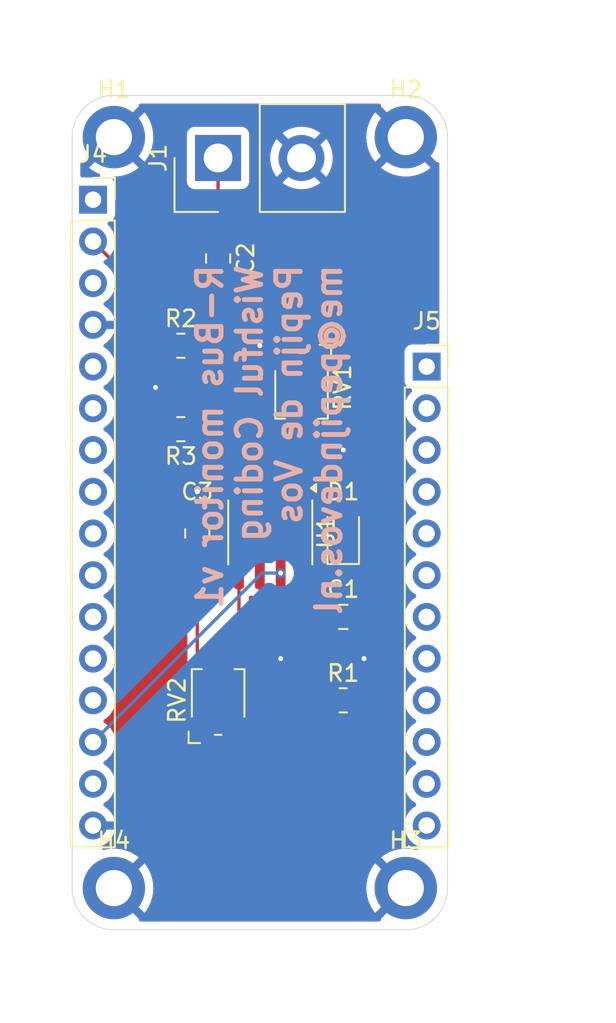
<source format=kicad_pcb>
(kicad_pcb (version 20240108) (generator "pcbnew") (generator_version "8.0")
  (title_block (comment 4 "AISLER Project ID: UKATZXET"))
  (layers (0 "F.Cu" signal) (31 "B.Cu" signal) (34 "B.Paste" user) (35 "F.Paste" user) (36 "B.SilkS" user "B.Silkscreen") (37 "F.SilkS" user "F.Silkscreen") (38 "B.Mask" user) (39 "F.Mask" user) (44 "Edge.Cuts" user))
  (net 0 "")
  (net 1 "Net-(D1-K)")
  (net 2 "GND")
  (net 3 "Net-(U1A-+)")
  (net 4 "Net-(J1-Pin_1)")
  (net 5 "Net-(D1-A)")
  (net 12 "+3.3V")
  (net 15 "TX")
  (net 32 "Net-(U1A--)")
  (net 33 "Net-(U1B-+)")
  (footprint "Connector_Samtec_HPM_THT:Samtec_HPM-02-05-x-S_Straight_1x02_Pitch5.08mm" (layer "F.Cu") (at 161.285 80.01 90)
    (property "Reference" "J1" (at 0 -3.65 90) (layer "F.SilkS"))
    (property "Value" "Conn_01x02")
    (fp_line (start -3.285 -2.65) (end 0 -2.65) (stroke (width 0.12)) (layer "F.SilkS"))
    (fp_line (start -3.285 0) (end -3.285 -2.65) (stroke (width 0.12)) (layer "F.SilkS"))
    (fp_line (start 3.285 2.54) (end 3.285 7.73) (stroke (width 0.12)) (layer "F.SilkS"))
    (fp_line (start -3.285 2.54) (end 3.285 2.54) (stroke (width 0.12)) (layer "F.SilkS"))
    (fp_line (start -3.285 2.54) (end -3.285 7.73) (stroke (width 0.12)) (layer "F.SilkS"))
    (fp_line (start -3.285 7.73) (end 3.285 7.73) (stroke (width 0.12)) (layer "F.SilkS"))
    (pad "1" thru_hole rect (at 0 0 90) (size 2.8 2.8) (drill 1.75) (layers "*.Cu" "*.Mask") (net 4 "Net-(J1-Pin_1)"))
    (pad "2" thru_hole circle (at 0 5.08 90) (size 2.8 2.8) (drill 1.75) (layers "*.Cu" "*.Mask") (net 2 "GND"))
  )
  (footprint "Capacitor_SMD:C_0805_2012Metric_Pad1.18x1.45mm_HandSolder" (layer "F.Cu") (at 168.91 107.95)
    (property "Reference" "C1" (at 0 -1.68 0) (layer "F.SilkS"))
    (property "Value" "0.01u")
    (fp_line (start -0.261252 -0.735) (end 0.261252 -0.735) (stroke (width 0.12)) (layer "F.SilkS"))
    (fp_line (start -0.261252 0.735) (end 0.261252 0.735) (stroke (width 0.12)) (layer "F.SilkS"))
    (pad "1" smd roundrect (at -1.0375 0) (size 1.175 1.45) (layers "F.Cu" "F.Paste" "F.Mask") (roundrect_rratio 0.212766) (net 1 "Net-(D1-K)"))
    (pad "2" smd roundrect (at 1.0375 0) (size 1.175 1.45) (layers "F.Cu" "F.Paste" "F.Mask") (roundrect_rratio 0.212766) (net 2 "GND"))
  )
  (footprint "Connector_PinSocket_2.54mm:PinSocket_1x16_P2.54mm_Vertical" (layer "F.Cu") (at 153.67 82.55)
    (property "Reference" "J4" (at 0 -2.77 0) (layer "F.SilkS"))
    (property "Value" "Conn_01x16")
    (fp_line (start -1.33 1.27) (end -1.33 39.43) (stroke (width 0.12)) (layer "F.SilkS"))
    (fp_line (start -1.33 1.27) (end 1.33 1.27) (stroke (width 0.12)) (layer "F.SilkS"))
    (fp_line (start -1.33 39.43) (end 1.33 39.43) (stroke (width 0.12)) (layer "F.SilkS"))
    (fp_line (start 0 -1.33) (end 1.33 -1.33) (stroke (width 0.12)) (layer "F.SilkS"))
    (fp_line (start 1.33 -1.33) (end 1.33 0) (stroke (width 0.12)) (layer "F.SilkS"))
    (fp_line (start 1.33 1.27) (end 1.33 39.43) (stroke (width 0.12)) (layer "F.SilkS"))
    (pad "1" thru_hole rect (at 0 0) (size 1.7 1.7) (drill 1) (layers "*.Cu" "*.Mask"))
    (pad "2" thru_hole oval (at 0 2.54) (size 1.7 1.7) (drill 1) (layers "*.Cu" "*.Mask") (net 12 "+3.3V"))
    (pad "3" thru_hole oval (at 0 5.08) (size 1.7 1.7) (drill 1) (layers "*.Cu" "*.Mask"))
    (pad "4" thru_hole oval (at 0 7.62) (size 1.7 1.7) (drill 1) (layers "*.Cu" "*.Mask") (net 2 "GND"))
    (pad "5" thru_hole oval (at 0 10.16) (size 1.7 1.7) (drill 1) (layers "*.Cu" "*.Mask"))
    (pad "6" thru_hole oval (at 0 12.7) (size 1.7 1.7) (drill 1) (layers "*.Cu" "*.Mask"))
    (pad "7" thru_hole oval (at 0 15.24) (size 1.7 1.7) (drill 1) (layers "*.Cu" "*.Mask"))
    (pad "8" thru_hole oval (at 0 17.78) (size 1.7 1.7) (drill 1) (layers "*.Cu" "*.Mask"))
    (pad "9" thru_hole oval (at 0 20.32) (size 1.7 1.7) (drill 1) (layers "*.Cu" "*.Mask"))
    (pad "10" thru_hole oval (at 0 22.86) (size 1.7 1.7) (drill 1) (layers "*.Cu" "*.Mask"))
    (pad "11" thru_hole oval (at 0 25.4) (size 1.7 1.7) (drill 1) (layers "*.Cu" "*.Mask"))
    (pad "12" thru_hole oval (at 0 27.94) (size 1.7 1.7) (drill 1) (layers "*.Cu" "*.Mask"))
    (pad "13" thru_hole oval (at 0 30.48) (size 1.7 1.7) (drill 1) (layers "*.Cu" "*.Mask"))
    (pad "14" thru_hole oval (at 0 33.02) (size 1.7 1.7) (drill 1) (layers "*.Cu" "*.Mask") (net 15 "TX"))
    (pad "15" thru_hole oval (at 0 35.56) (size 1.7 1.7) (drill 1) (layers "*.Cu" "*.Mask"))
    (pad "16" thru_hole oval (at 0 38.1) (size 1.7 1.7) (drill 1) (layers "*.Cu" "*.Mask") (net 2 "GND"))
  )
  (footprint "MountingHole:MountingHole_2.2mm_M2_ISO14580_Pad" (layer "F.Cu") (at 154.94 78.74)
    (property "Reference" "H1" (at 0 -2.9 0) (layer "F.SilkS"))
    (property "Value" "MountingHole_Pad")
    (pad "1" thru_hole circle (at 0 0) (size 3.8 3.8) (drill 2.2) (layers "*.Cu" "*.Mask") (net 2 "GND"))
  )
  (footprint "Connector_PinSocket_2.54mm:PinSocket_1x12_P2.54mm_Vertical" (layer "F.Cu") (at 173.99 92.71)
    (property "Reference" "J5" (at 0 -2.77 0) (layer "F.SilkS"))
    (property "Value" "Conn_01x12")
    (fp_line (start -1.33 1.27) (end -1.33 29.27) (stroke (width 0.12)) (layer "F.SilkS"))
    (fp_line (start -1.33 1.27) (end 1.33 1.27) (stroke (width 0.12)) (layer "F.SilkS"))
    (fp_line (start -1.33 29.27) (end 1.33 29.27) (stroke (width 0.12)) (layer "F.SilkS"))
    (fp_line (start 0 -1.33) (end 1.33 -1.33) (stroke (width 0.12)) (layer "F.SilkS"))
    (fp_line (start 1.33 -1.33) (end 1.33 0) (stroke (width 0.12)) (layer "F.SilkS"))
    (fp_line (start 1.33 1.27) (end 1.33 29.27) (stroke (width 0.12)) (layer "F.SilkS"))
    (pad "1" thru_hole rect (at 0 0) (size 1.7 1.7) (drill 1) (layers "*.Cu" "*.Mask"))
    (pad "2" thru_hole oval (at 0 2.54) (size 1.7 1.7) (drill 1) (layers "*.Cu" "*.Mask"))
    (pad "3" thru_hole oval (at 0 5.08) (size 1.7 1.7) (drill 1) (layers "*.Cu" "*.Mask"))
    (pad "4" thru_hole oval (at 0 7.62) (size 1.7 1.7) (drill 1) (layers "*.Cu" "*.Mask"))
    (pad "5" thru_hole oval (at 0 10.16) (size 1.7 1.7) (drill 1) (layers "*.Cu" "*.Mask"))
    (pad "6" thru_hole oval (at 0 12.7) (size 1.7 1.7) (drill 1) (layers "*.Cu" "*.Mask"))
    (pad "7" thru_hole oval (at 0 15.24) (size 1.7 1.7) (drill 1) (layers "*.Cu" "*.Mask"))
    (pad "8" thru_hole oval (at 0 17.78) (size 1.7 1.7) (drill 1) (layers "*.Cu" "*.Mask"))
    (pad "9" thru_hole oval (at 0 20.32) (size 1.7 1.7) (drill 1) (layers "*.Cu" "*.Mask"))
    (pad "10" thru_hole oval (at 0 22.86) (size 1.7 1.7) (drill 1) (layers "*.Cu" "*.Mask"))
    (pad "11" thru_hole oval (at 0 25.4) (size 1.7 1.7) (drill 1) (layers "*.Cu" "*.Mask"))
    (pad "12" thru_hole oval (at 0 27.94) (size 1.7 1.7) (drill 1) (layers "*.Cu" "*.Mask"))
  )
  (footprint "Potentiometer_SMD:Potentiometer_Bourns_TC33X_Vertical" (layer "F.Cu") (at 161.29 113.03 90)
    (property "Reference" "RV2" (at 0 -2.5 90) (layer "F.SilkS"))
    (property "Value" "10k")
    (fp_line (start -1.9 -1.8) (end -2.6 -1.8) (stroke (width 0.12)) (layer "F.SilkS"))
    (fp_line (start -2.6 -1.8) (end -2.6 -1.1) (stroke (width 0.12)) (layer "F.SilkS"))
    (fp_line (start 1.9 -1.6) (end 1.9 -1) (stroke (width 0.12)) (layer "F.SilkS"))
    (fp_line (start -1 -1.6) (end 1.9 -1.6) (stroke (width 0.12)) (layer "F.SilkS"))
    (fp_line (start -2.1 -0.2) (end -2.1 0.2) (stroke (width 0.12)) (layer "F.SilkS"))
    (fp_line (start 1.9 1.6) (end 1.9 1) (stroke (width 0.12)) (layer "F.SilkS"))
    (fp_line (start -1 1.6) (end 1.9 1.6) (stroke (width 0.12)) (layer "F.SilkS"))
    (pad "1" smd rect (at -1.8 -1 90) (size 1.2 1.2) (layers "F.Cu" "F.Paste" "F.Mask") (net 12 "+3.3V"))
    (pad "2" smd rect (at 1.45 0 90) (size 1.5 1.6) (layers "F.Cu" "F.Paste" "F.Mask") (net 33 "Net-(U1B-+)"))
    (pad "3" smd rect (at -1.8 1 90) (size 1.2 1.2) (layers "F.Cu" "F.Paste" "F.Mask") (net 2 "GND"))
  )
  (footprint "Package_SO:SOIC-8_3.9x4.9mm_P1.27mm" (layer "F.Cu") (at 164.465 102.805 -90)
    (property "Reference" "U1" (at 0 -3.4 90) (layer "F.SilkS"))
    (property "Value" "MAX942")
    (fp_line (start 0 2.56) (end -1.95 2.56) (stroke (width 0.12)) (layer "F.SilkS"))
    (fp_line (start 0 2.56) (end 1.95 2.56) (stroke (width 0.12)) (layer "F.SilkS"))
    (fp_line (start 0 -2.56) (end -1.95 -2.56) (stroke (width 0.12)) (layer "F.SilkS"))
    (fp_line (start 0 -2.56) (end 1.95 -2.56) (stroke (width 0.12)) (layer "F.SilkS"))
    (fp_poly (pts (xy -2.7 -2.465) (xy -2.94 -2.795) (xy -2.46 -2.795) (xy -2.7 -2.465)) (stroke (width 0.12)) (fill solid) (layer "F.SilkS"))
    (pad "1" smd roundrect (at -2.475 -1.905 270) (size 1.95 0.6) (layers "F.Cu" "F.Paste" "F.Mask") (net 5 "Net-(D1-A)"))
    (pad "2" smd roundrect (at -2.475 -0.635 270) (size 1.95 0.6) (layers "F.Cu" "F.Paste" "F.Mask") (net 32 "Net-(U1A--)"))
    (pad "3" smd roundrect (at -2.475 0.635 270) (size 1.95 0.6) (layers "F.Cu" "F.Paste" "F.Mask") (net 3 "Net-(U1A-+)"))
    (pad "4" smd roundrect (at -2.475 1.905 270) (size 1.95 0.6) (layers "F.Cu" "F.Paste" "F.Mask") (net 2 "GND"))
    (pad "5" smd roundrect (at 2.475 1.905 270) (size 1.95 0.6) (layers "F.Cu" "F.Paste" "F.Mask") (net 33 "Net-(U1B-+)"))
    (pad "6" smd roundrect (at 2.475 0.635 270) (size 1.95 0.6) (layers "F.Cu" "F.Paste" "F.Mask") (net 1 "Net-(D1-K)"))
    (pad "7" smd roundrect (at 2.475 -0.635 270) (size 1.95 0.6) (layers "F.Cu" "F.Paste" "F.Mask") (net 15 "TX"))
    (pad "8" smd roundrect (at 2.475 -1.905 270) (size 1.95 0.6) (layers "F.Cu" "F.Paste" "F.Mask") (net 12 "+3.3V"))
  )
  (footprint "MountingHole:MountingHole_2.2mm_M2_ISO14580_Pad" (layer "F.Cu") (at 154.94 124.46)
    (property "Reference" "H4" (at 0 -2.9 0) (layer "F.SilkS"))
    (property "Value" "MountingHole_Pad")
    (pad "1" thru_hole circle (at 0 0) (size 3.8 3.8) (drill 2.2) (layers "*.Cu" "*.Mask") (net 2 "GND"))
  )
  (footprint "Capacitor_SMD:C_0805_2012Metric_Pad1.18x1.45mm_HandSolder" (layer "F.Cu") (at 160.02 102.87 -90)
    (property "Reference" "C3" (at -2.54 0 180) (layer "F.SilkS"))
    (property "Value" "1u")
    (fp_line (start -0.261252 0.735) (end 0.261252 0.735) (stroke (width 0.12)) (layer "F.SilkS"))
    (fp_line (start -0.261252 -0.735) (end 0.261252 -0.735) (stroke (width 0.12)) (layer "F.SilkS"))
    (pad "1" smd roundrect (at -1.0375 0 270) (size 1.175 1.45) (layers "F.Cu" "F.Paste" "F.Mask") (roundrect_rratio 0.212766) (net 2 "GND"))
    (pad "2" smd roundrect (at 1.0375 0 270) (size 1.175 1.45) (layers "F.Cu" "F.Paste" "F.Mask") (roundrect_rratio 0.212766) (net 12 "+3.3V"))
  )
  (footprint "Potentiometer_SMD:Potentiometer_Bourns_TC33X_Vertical" (layer "F.Cu") (at 166.37 93.98 -90)
    (property "Reference" "RV1" (at 0 -2.5 90) (layer "F.SilkS"))
    (property "Value" "10k")
    (fp_line (start -1 1.6) (end 1.9 1.6) (stroke (width 0.12)) (layer "F.SilkS"))
    (fp_line (start 1.9 1.6) (end 1.9 1) (stroke (width 0.12)) (layer "F.SilkS"))
    (fp_line (start -2.1 -0.2) (end -2.1 0.2) (stroke (width 0.12)) (layer "F.SilkS"))
    (fp_line (start -1 -1.6) (end 1.9 -1.6) (stroke (width 0.12)) (layer "F.SilkS"))
    (fp_line (start 1.9 -1.6) (end 1.9 -1) (stroke (width 0.12)) (layer "F.SilkS"))
    (fp_line (start -2.6 -1.8) (end -2.6 -1.1) (stroke (width 0.12)) (layer "F.SilkS"))
    (fp_line (start -1.9 -1.8) (end -2.6 -1.8) (stroke (width 0.12)) (layer "F.SilkS"))
    (pad "1" smd rect (at -1.8 -1 270) (size 1.2 1.2) (layers "F.Cu" "F.Paste" "F.Mask") (net 12 "+3.3V"))
    (pad "2" smd rect (at 1.45 0 270) (size 1.5 1.6) (layers "F.Cu" "F.Paste" "F.Mask") (net 32 "Net-(U1A--)"))
    (pad "3" smd rect (at -1.8 1 270) (size 1.2 1.2) (layers "F.Cu" "F.Paste" "F.Mask") (net 2 "GND"))
  )
  (footprint "Diode_SMD:D_0805_2012Metric_Pad1.15x1.40mm_HandSolder" (layer "F.Cu") (at 168.91 102.87 90)
    (property "Reference" "D1" (at 2.54 0 180) (layer "F.SilkS"))
    (property "Value" "D")
    (fp_line (start 1 -0.96) (end -1.86 -0.96) (stroke (width 0.12)) (layer "F.SilkS"))
    (fp_line (start -1.86 -0.96) (end -1.86 0.96) (stroke (width 0.12)) (layer "F.SilkS"))
    (fp_line (start -1.86 0.96) (end 1 0.96) (stroke (width 0.12)) (layer "F.SilkS"))
    (pad "1" smd roundrect (at -1.025 0 90) (size 1.15 1.4) (layers "F.Cu" "F.Paste" "F.Mask") (roundrect_rratio 0.217391) (net 1 "Net-(D1-K)"))
    (pad "2" smd roundrect (at 1.025 0 90) (size 1.15 1.4) (layers "F.Cu" "F.Paste" "F.Mask") (roundrect_rratio 0.217391) (net 5 "Net-(D1-A)"))
  )
  (footprint "MountingHole:MountingHole_2.2mm_M2_ISO14580_Pad" (layer "F.Cu") (at 172.72 124.46)
    (property "Reference" "H3" (at 0 -2.9 0) (layer "F.SilkS"))
    (property "Value" "MountingHole_Pad")
    (pad "1" thru_hole circle (at 0 0) (size 3.8 3.8) (drill 2.2) (layers "*.Cu" "*.Mask") (net 2 "GND"))
  )
  (footprint "Resistor_SMD:R_0805_2012Metric_Pad1.20x1.40mm_HandSolder" (layer "F.Cu") (at 159.02 91.44)
    (property "Reference" "R2" (at 0 -1.65 0) (layer "F.SilkS"))
    (property "Value" "100k")
    (fp_line (start -0.227064 -0.735) (end 0.227064 -0.735) (stroke (width 0.12)) (layer "F.SilkS"))
    (fp_line (start -0.227064 0.735) (end 0.227064 0.735) (stroke (width 0.12)) (layer "F.SilkS"))
    (pad "1" smd roundrect (at -1 0) (size 1.2 1.4) (layers "F.Cu" "F.Paste" "F.Mask") (roundrect_rratio 0.208333) (net 12 "+3.3V"))
    (pad "2" smd roundrect (at 1 0) (size 1.2 1.4) (layers "F.Cu" "F.Paste" "F.Mask") (roundrect_rratio 0.208333) (net 3 "Net-(U1A-+)"))
  )
  (footprint "Capacitor_SMD:C_0805_2012Metric_Pad1.18x1.45mm_HandSolder" (layer "F.Cu") (at 161.29 86.1275 -90)
    (property "Reference" "C2" (at 0 -1.68 90) (layer "F.SilkS"))
    (property "Value" "1u")
    (fp_line (start -0.261252 0.735) (end 0.261252 0.735) (stroke (width 0.12)) (layer "F.SilkS"))
    (fp_line (start -0.261252 -0.735) (end 0.261252 -0.735) (stroke (width 0.12)) (layer "F.SilkS"))
    (pad "1" smd roundrect (at -1.0375 0 270) (size 1.175 1.45) (layers "F.Cu" "F.Paste" "F.Mask") (roundrect_rratio 0.212766) (net 4 "Net-(J1-Pin_1)"))
    (pad "2" smd roundrect (at 1.0375 0 270) (size 1.175 1.45) (layers "F.Cu" "F.Paste" "F.Mask") (roundrect_rratio 0.212766) (net 3 "Net-(U1A-+)"))
  )
  (footprint "Resistor_SMD:R_0805_2012Metric_Pad1.20x1.40mm_HandSolder" (layer "F.Cu") (at 168.91 113.03)
    (property "Reference" "R1" (at 0 -1.65 0) (layer "F.SilkS"))
    (property "Value" "330")
    (fp_line (start -0.227064 -0.735) (end 0.227064 -0.735) (stroke (width 0.12)) (layer "F.SilkS"))
    (fp_line (start -0.227064 0.735) (end 0.227064 0.735) (stroke (width 0.12)) (layer "F.SilkS"))
    (pad "1" smd roundrect (at -1 0) (size 1.2 1.4) (layers "F.Cu" "F.Paste" "F.Mask") (roundrect_rratio 0.208333) (net 1 "Net-(D1-K)"))
    (pad "2" smd roundrect (at 1 0) (size 1.2 1.4) (layers "F.Cu" "F.Paste" "F.Mask") (roundrect_rratio 0.208333) (net 2 "GND"))
  )
  (footprint "MountingHole:MountingHole_2.2mm_M2_ISO14580_Pad" (layer "F.Cu") (at 172.72 78.74)
    (property "Reference" "H2" (at 0 -2.9 0) (layer "F.SilkS"))
    (property "Value" "MountingHole_Pad")
    (pad "1" thru_hole circle (at 0 0) (size 3.8 3.8) (drill 2.2) (layers "*.Cu" "*.Mask") (net 2 "GND"))
  )
  (footprint "Resistor_SMD:R_0805_2012Metric_Pad1.20x1.40mm_HandSolder" (layer "F.Cu") (at 159.02 96.52 180)
    (property "Reference" "R3" (at 0 -1.65 360) (layer "F.SilkS"))
    (property "Value" "100k")
    (fp_line (start -0.227064 0.735) (end 0.227064 0.735) (stroke (width 0.12)) (layer "F.SilkS"))
    (fp_line (start -0.227064 -0.735) (end 0.227064 -0.735) (stroke (width 0.12)) (layer "F.SilkS"))
    (pad "1" smd roundrect (at -1 0 180) (size 1.2 1.4) (layers "F.Cu" "F.Paste" "F.Mask") (roundrect_rratio 0.208333) (net 3 "Net-(U1A-+)"))
    (pad "2" smd roundrect (at 1 0 180) (size 1.2 1.4) (layers "F.Cu" "F.Paste" "F.Mask") (roundrect_rratio 0.208333) (net 2 "GND"))
  )
  (gr_arc (start 172.72 76.2) (mid 174.516051 76.943949) (end 175.26 78.74) (stroke (width 0.05)) (layer "Edge.Cuts"))
  (gr_line (start 154.94 76.2) (end 172.72 76.2) (stroke (width 0.05)) (layer "Edge.Cuts"))
  (gr_line (start 175.26 78.74) (end 175.26 124.46) (stroke (width 0.05)) (layer "Edge.Cuts"))
  (gr_arc (start 154.94 127) (mid 153.143949 126.256051) (end 152.4 124.46) (stroke (width 0.05)) (layer "Edge.Cuts"))
  (gr_arc (start 175.26 124.46) (mid 174.516051 126.256051) (end 172.72 127) (stroke (width 0.05)) (layer "Edge.Cuts"))
  (gr_line (start 172.72 127) (end 154.94 127) (stroke (width 0.05)) (layer "Edge.Cuts"))
  (gr_arc (start 152.4 78.74) (mid 153.143949 76.943949) (end 154.94 76.2) (stroke (width 0.05)) (layer "Edge.Cuts"))
  (gr_line (start 152.4 124.46) (end 152.4 78.74) (stroke (width 0.05)) (layer "Edge.Cuts"))
  (gr_text "R-Bus monitor v1\nWishful Coding\nPepijn de Vos\nme@pepijndevos.nl" (at 168.91 86.36 90) (layer "B.SilkS") (effects (font (size 1.5 1.5) (thickness 0.3) (bold yes)) (justify left bottom mirror)))
  (segment (start 167.91 113.03) (end 167.91 107.9875) (width 0.2) (layer "F.Cu") (net 1))
  (segment (start 165.525001 107.95) (end 163.83 106.254999) (width 0.2) (layer "F.Cu") (net 1))
  (segment (start 167.8725 107.95) (end 165.525001 107.95) (width 0.2) (layer "F.Cu") (net 1))
  (segment (start 168.91 103.895) (end 168.91 106.9125) (width 0.2) (layer "F.Cu") (net 1))
  (segment (start 163.83 106.254999) (end 163.83 105.28) (width 0.2) (layer "F.Cu") (net 1))
  (segment (start 167.91 107.9875) (end 167.8725 107.95) (width 0.2) (layer "F.Cu") (net 1))
  (segment (start 168.91 106.9125) (end 167.8725 107.95) (width 0.2) (layer "F.Cu") (net 1))
  (via (at 168.91 97.79) (size 0.6) (drill 0.3) (layers "F.Cu" "B.Cu") (net 2))
  (via (at 165.1 110.49) (size 0.6) (drill 0.3) (layers "F.Cu" "B.Cu") (net 2))
  (via (at 160.02 100.33) (size 0.6) (drill 0.3) (layers "F.Cu" "B.Cu") (net 2))
  (via (at 163.83 91.44) (size 0.6) (drill 0.3) (layers "F.Cu" "B.Cu") (net 2))
  (via (at 170.18 110.49) (size 0.6) (drill 0.3) (layers "F.Cu" "B.Cu") (net 2))
  (via (at 157.48 93.98) (size 0.6) (drill 0.3) (layers "F.Cu" "B.Cu") (net 2))
  (segment (start 161.29 90.17) (end 160.02 91.44) (width 0.2) (layer "F.Cu") (net 3))
  (segment (start 160.62 96.52) (end 163.83 99.73) (width 0.2) (layer "F.Cu") (net 3))
  (segment (start 161.29 87.165) (end 161.29 90.17) (width 0.2) (layer "F.Cu") (net 3))
  (segment (start 163.83 99.73) (end 163.83 100.33) (width 0.2) (layer "F.Cu") (net 3))
  (segment (start 160.02 96.52) (end 160.62 96.52) (width 0.2) (layer "F.Cu") (net 3))
  (segment (start 160.02 91.44) (end 160.02 96.52) (width 0.2) (layer "F.Cu") (net 3))
  (segment (start 161.285 80.01) (end 161.285 85.085) (width 0.2) (layer "F.Cu") (net 4))
  (segment (start 161.285 85.085) (end 161.29 85.09) (width 0.2) (layer "F.Cu") (net 4))
  (segment (start 167.885 101.845) (end 168.91 101.845) (width 0.2) (layer "F.Cu") (net 5))
  (segment (start 166.37 100.33) (end 167.885 101.845) (width 0.2) (layer "F.Cu") (net 5))
  (segment (start 167.37 92.18) (end 167.37 91.38) (width 0.2) (layer "F.Cu") (net 12))
  (segment (start 166.37 104.305001) (end 166.37 105.28) (width 0.2) (layer "F.Cu") (net 12))
  (segment (start 156.21 93.25) (end 156.21 100.0975) (width 0.2) (layer "F.Cu") (net 12))
  (segment (start 165.972499 103.9075) (end 166.37 104.305001) (width 0.2) (layer "F.Cu") (net 12))
  (segment (start 160.02 103.9075) (end 160.02 114.56) (width 0.2) (layer "F.Cu") (net 12))
  (segment (start 160.02 103.9075) (end 165.972499 103.9075) (width 0.2) (layer "F.Cu") (net 12))
  (segment (start 156.21 100.0975) (end 160.02 103.9075) (width 0.2) (layer "F.Cu") (net 12))
  (segment (start 158.02 91.44) (end 156.21 93.25) (width 0.2) (layer "F.Cu") (net 12))
  (segment (start 154.8575 86.2775) (end 153.67 85.09) (width 0.2) (layer "F.Cu") (net 12))
  (segment (start 158.02 89.44) (end 158.02 91.44) (width 0.2) (layer "F.Cu") (net 12))
  (segment (start 167.37 91.38) (end 162.2675 86.2775) (width 0.2) (layer "F.Cu") (net 12))
  (segment (start 160.02 114.56) (end 160.29 114.83) (width 0.2) (layer "F.Cu") (net 12))
  (segment (start 162.2675 86.2775) (end 154.8575 86.2775) (width 0.2) (layer "F.Cu") (net 12))
  (segment (start 153.67 85.09) (end 158.02 89.44) (width 0.2) (layer "F.Cu") (net 12))
  (via (at 165.1 105.28) (size 0.6) (drill 0.3) (layers "F.Cu" "B.Cu") (net 15))
  (segment (start 163.96 105.28) (end 165.1 105.28) (width 0.2) (layer "B.Cu") (net 15))
  (segment (start 153.67 115.57) (end 163.96 105.28) (width 0.2) (layer "B.Cu") (net 15))
  (segment (start 166.37 95.43) (end 165.1 96.7) (width 0.2) (layer "F.Cu") (net 32))
  (segment (start 165.1 96.7) (end 165.1 100.33) (width 0.2) (layer "F.Cu") (net 32))
  (segment (start 162.56 110.31) (end 161.29 111.58) (width 0.2) (layer "F.Cu") (net 33))
  (segment (start 162.56 105.28) (end 162.56 110.31) (width 0.2) (layer "F.Cu") (net 33))
  (zone (net 2) (net_name "GND") (layers "F&B.Cu") (connect_pads (clearance 0.5)) (min_thickness 0.25) (fill yes (thermal_gap 0.5) (thermal_bridge_width 0.5))
    (polygon (pts (xy 152.4 76.2) (xy 175.26 76.2) (xy 175.26 127) (xy 152.4 127)))
  )
)
</source>
